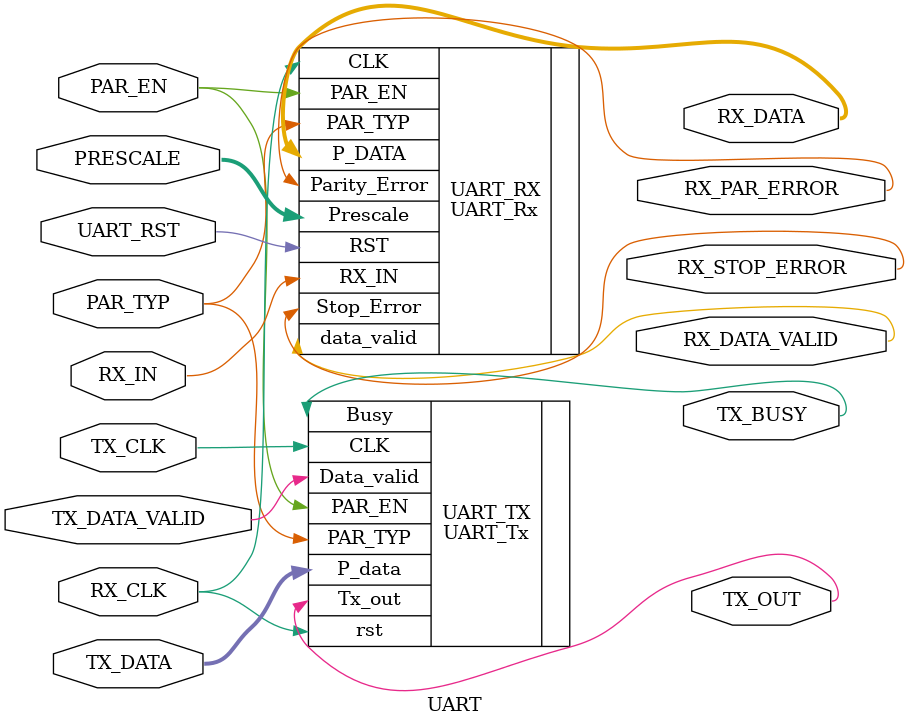
<source format=v>
module UART #(parameter DATA_WIDTH = 8)(
    // Clocks and Active Low Reset
    input wire TX_CLK,RX_CLK,
    input wire UART_RST,

    // External Interface
    input  wire RX_IN,
    output wire TX_OUT,

    // Internal Interface
    input  wire [DATA_WIDTH-1:0] TX_DATA,
    output wire [DATA_WIDTH-1:0] RX_DATA,
    
    // Configuration
    input wire PAR_EN,PAR_TYP,
    input wire [5:0] PRESCALE,

    // TX Controls 
    input  wire TX_DATA_VALID,
    output wire TX_BUSY,
    
    // RX Controls and Configuration
    output wire RX_DATA_VALID,
    output wire RX_PAR_ERROR,
    output wire RX_STOP_ERROR
);

UART_Tx #(.Width(DATA_WIDTH)) UART_TX(
    .CLK(TX_CLK), 
    .rst(RX_CLK),
    .Tx_out(TX_OUT),
    .P_data(TX_DATA),
    .PAR_TYP(PAR_TYP), 
    .PAR_EN(PAR_EN),
    .Data_valid(TX_DATA_VALID), 
    .Busy(TX_BUSY)
);

UART_Rx #(.Width(DATA_WIDTH)) UART_RX(
    //clock and active low async reset
    .CLK(RX_CLK),
    .RST(UART_RST),
    //Main input 
    .RX_IN(RX_IN),
    //outputs
    .P_DATA(RX_DATA),

    //configuration inputs
    .PAR_TYP(PAR_TYP),
    .PAR_EN(PAR_EN),
    .Prescale(PRESCALE),
    
    .data_valid(RX_DATA_VALID), 
    .Parity_Error(RX_PAR_ERROR),
    .Stop_Error(RX_STOP_ERROR)
    );

endmodule
</source>
